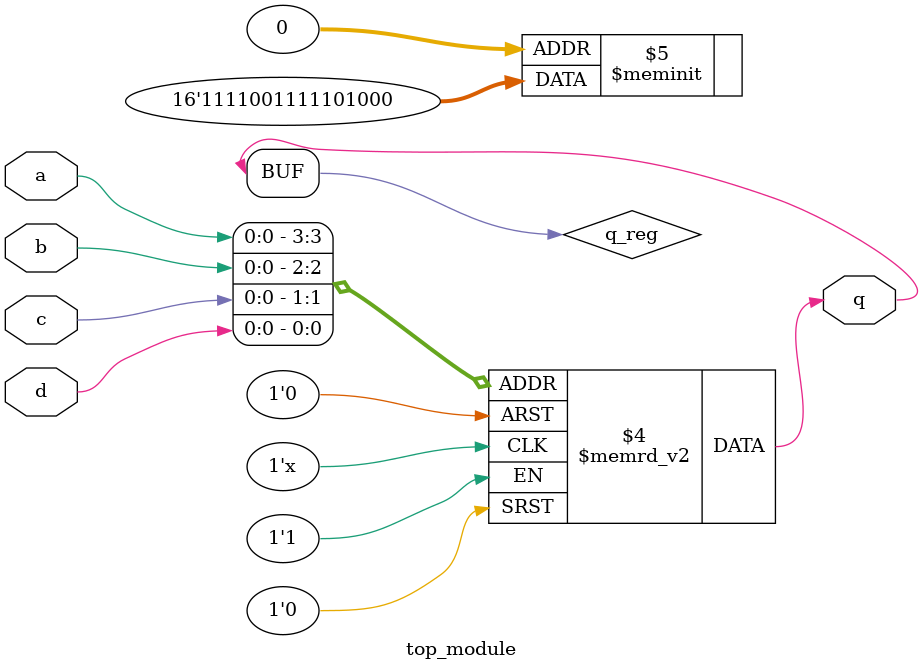
<source format=sv>
module top_module (
  input a,
  input b,
  input c,
  input d,
  output q
);

  reg q_reg;

  always @* begin
    case ({a,b,c,d})
      4'b0000: q_reg = 1'b0;
      4'b0001: q_reg = 1'b0;
      4'b0010: q_reg = 1'b0;
      4'b0011: q_reg = 1'b1;
      4'b0100: q_reg = 1'b0;
      4'b0101: q_reg = 1'b1;
      4'b0110: q_reg = 1'b1;
      4'b0111: q_reg = 1'b1;
      4'b1000: q_reg = 1'b1;
      4'b1001: q_reg = 1'b1;
      4'b1010: q_reg = 1'b0;
      4'b1011: q_reg = 1'b0;
      4'b1100: q_reg = 1'b1;
      4'b1101: q_reg = 1'b1;
      4'b1110: q_reg = 1'b1;
      4'b1111: q_reg = 1'b1;
      default: q_reg = 1'bX;
    endcase
  end

  assign q = q_reg;

endmodule

</source>
